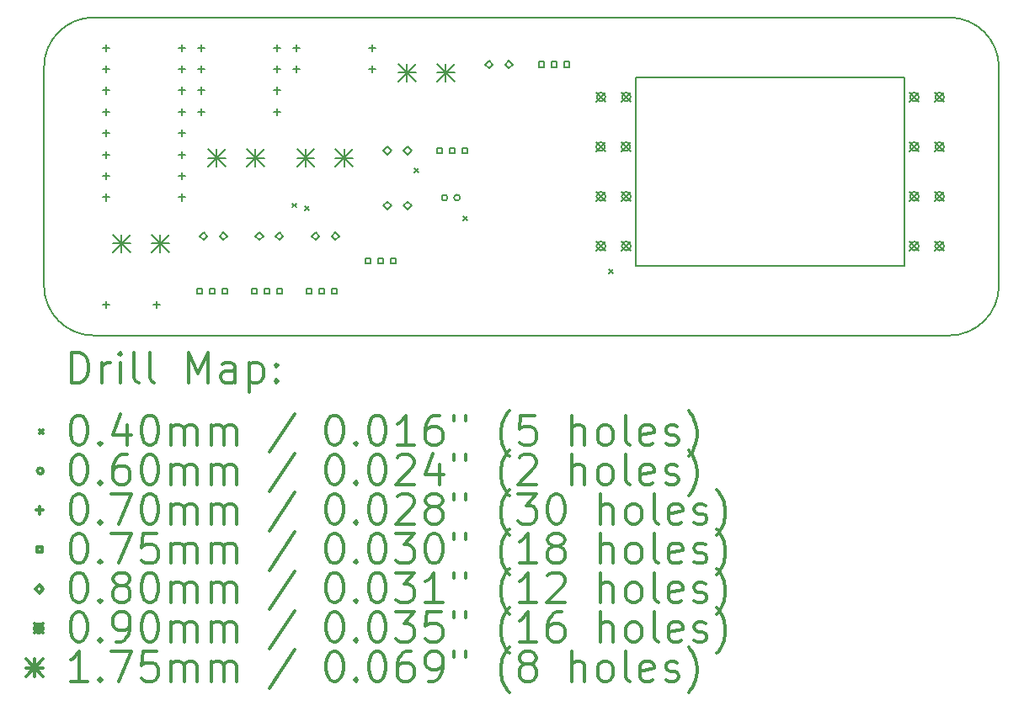
<source format=gbr>
%FSLAX45Y45*%
G04 Gerber Fmt 4.5, Leading zero omitted, Abs format (unit mm)*
G04 Created by KiCad (PCBNEW (5.0.2)-1) date 2019/10/03 0:01:41*
%MOMM*%
%LPD*%
G01*
G04 APERTURE LIST*
%ADD10C,0.150000*%
%ADD11C,0.200000*%
%ADD12C,0.300000*%
G04 APERTURE END LIST*
D10*
X19800000Y-8000000D02*
X17100000Y-8000000D01*
X19800000Y-9900000D02*
X19800000Y-8000000D01*
X17100000Y-9900000D02*
X19800000Y-9900000D01*
X17100000Y-8000000D02*
X17100000Y-9900000D01*
X11650000Y-10600000D02*
X20250000Y-10600000D01*
X20750000Y-10100000D02*
G75*
G02X20250000Y-10600000I-500000J0D01*
G01*
X20750000Y-7900000D02*
X20750000Y-10100000D01*
X11150000Y-7900000D02*
X11150000Y-10100000D01*
X11650000Y-10600000D02*
G75*
G02X11150000Y-10100000I0J500000D01*
G01*
X11650000Y-7400000D02*
X11900000Y-7400000D01*
X11150000Y-7900000D02*
G75*
G02X11650000Y-7400000I500000J0D01*
G01*
X20200000Y-7400000D02*
X20250000Y-7400000D01*
X20250000Y-7400000D02*
G75*
G02X20750000Y-7900000I0J-500000D01*
G01*
X20100000Y-7400000D02*
X20200000Y-7400000D01*
D11*
X11900000Y-7400000D02*
X20100000Y-7400000D01*
D11*
X13649020Y-9271150D02*
X13689020Y-9311150D01*
X13689020Y-9271150D02*
X13649020Y-9311150D01*
X13774090Y-9298520D02*
X13814090Y-9338520D01*
X13814090Y-9298520D02*
X13774090Y-9338520D01*
X14871930Y-8916690D02*
X14911930Y-8956690D01*
X14911930Y-8916690D02*
X14871930Y-8956690D01*
X15365600Y-9402900D02*
X15405600Y-9442900D01*
X15405600Y-9402900D02*
X15365600Y-9442900D01*
X16832340Y-9933450D02*
X16872340Y-9973450D01*
X16872340Y-9933450D02*
X16832340Y-9973450D01*
X15207300Y-9213640D02*
G75*
G03X15207300Y-9213640I-30000J0D01*
G01*
X15332300Y-9213640D02*
G75*
G03X15332300Y-9213640I-30000J0D01*
G01*
X13685300Y-7669640D02*
X13685300Y-7739640D01*
X13650300Y-7704640D02*
X13720300Y-7704640D01*
X14447300Y-7669640D02*
X14447300Y-7739640D01*
X14412300Y-7704640D02*
X14482300Y-7704640D01*
X11771300Y-8529640D02*
X11771300Y-8599640D01*
X11736300Y-8564640D02*
X11806300Y-8564640D01*
X12533300Y-8529640D02*
X12533300Y-8599640D01*
X12498300Y-8564640D02*
X12568300Y-8564640D01*
X12728300Y-7884640D02*
X12728300Y-7954640D01*
X12693300Y-7919640D02*
X12763300Y-7919640D01*
X13490300Y-7884640D02*
X13490300Y-7954640D01*
X13455300Y-7919640D02*
X13525300Y-7919640D01*
X12728300Y-8099640D02*
X12728300Y-8169640D01*
X12693300Y-8134640D02*
X12763300Y-8134640D01*
X13490300Y-8099640D02*
X13490300Y-8169640D01*
X13455300Y-8134640D02*
X13525300Y-8134640D01*
X11771300Y-10254600D02*
X11771300Y-10324600D01*
X11736300Y-10289600D02*
X11806300Y-10289600D01*
X12279300Y-10254600D02*
X12279300Y-10324600D01*
X12244300Y-10289600D02*
X12314300Y-10289600D01*
X11771300Y-8314640D02*
X11771300Y-8384640D01*
X11736300Y-8349640D02*
X11806300Y-8349640D01*
X12533300Y-8314640D02*
X12533300Y-8384640D01*
X12498300Y-8349640D02*
X12568300Y-8349640D01*
X11771300Y-7669640D02*
X11771300Y-7739640D01*
X11736300Y-7704640D02*
X11806300Y-7704640D01*
X12533300Y-7669640D02*
X12533300Y-7739640D01*
X12498300Y-7704640D02*
X12568300Y-7704640D01*
X11771300Y-7884640D02*
X11771300Y-7954640D01*
X11736300Y-7919640D02*
X11806300Y-7919640D01*
X12533300Y-7884640D02*
X12533300Y-7954640D01*
X12498300Y-7919640D02*
X12568300Y-7919640D01*
X13685300Y-7884640D02*
X13685300Y-7954640D01*
X13650300Y-7919640D02*
X13720300Y-7919640D01*
X14447300Y-7884640D02*
X14447300Y-7954640D01*
X14412300Y-7919640D02*
X14482300Y-7919640D01*
X11771300Y-8099640D02*
X11771300Y-8169640D01*
X11736300Y-8134640D02*
X11806300Y-8134640D01*
X12533300Y-8099640D02*
X12533300Y-8169640D01*
X12498300Y-8134640D02*
X12568300Y-8134640D01*
X12728300Y-8314640D02*
X12728300Y-8384640D01*
X12693300Y-8349640D02*
X12763300Y-8349640D01*
X13490300Y-8314640D02*
X13490300Y-8384640D01*
X13455300Y-8349640D02*
X13525300Y-8349640D01*
X11771300Y-8959640D02*
X11771300Y-9029640D01*
X11736300Y-8994640D02*
X11806300Y-8994640D01*
X12533300Y-8959640D02*
X12533300Y-9029640D01*
X12498300Y-8994640D02*
X12568300Y-8994640D01*
X11771300Y-8744640D02*
X11771300Y-8814640D01*
X11736300Y-8779640D02*
X11806300Y-8779640D01*
X12533300Y-8744640D02*
X12533300Y-8814640D01*
X12498300Y-8779640D02*
X12568300Y-8779640D01*
X12728300Y-7669640D02*
X12728300Y-7739640D01*
X12693300Y-7704640D02*
X12763300Y-7704640D01*
X13490300Y-7669640D02*
X13490300Y-7739640D01*
X13455300Y-7704640D02*
X13525300Y-7704640D01*
X11771300Y-9174640D02*
X11771300Y-9244640D01*
X11736300Y-9209640D02*
X11806300Y-9209640D01*
X12533300Y-9174640D02*
X12533300Y-9244640D01*
X12498300Y-9209640D02*
X12568300Y-9209640D01*
X12741817Y-10179117D02*
X12741817Y-10126083D01*
X12688783Y-10126083D01*
X12688783Y-10179117D01*
X12741817Y-10179117D01*
X12868817Y-10179117D02*
X12868817Y-10126083D01*
X12815783Y-10126083D01*
X12815783Y-10179117D01*
X12868817Y-10179117D01*
X12995817Y-10179117D02*
X12995817Y-10126083D01*
X12942783Y-10126083D01*
X12942783Y-10179117D01*
X12995817Y-10179117D01*
X14430817Y-9874157D02*
X14430817Y-9821123D01*
X14377783Y-9821123D01*
X14377783Y-9874157D01*
X14430817Y-9874157D01*
X14557817Y-9874157D02*
X14557817Y-9821123D01*
X14504783Y-9821123D01*
X14504783Y-9874157D01*
X14557817Y-9874157D01*
X14684817Y-9874157D02*
X14684817Y-9821123D01*
X14631783Y-9821123D01*
X14631783Y-9874157D01*
X14684817Y-9874157D01*
X13843817Y-10179117D02*
X13843817Y-10126083D01*
X13790783Y-10126083D01*
X13790783Y-10179117D01*
X13843817Y-10179117D01*
X13970817Y-10179117D02*
X13970817Y-10126083D01*
X13917783Y-10126083D01*
X13917783Y-10179117D01*
X13970817Y-10179117D01*
X14097817Y-10179117D02*
X14097817Y-10126083D01*
X14044783Y-10126083D01*
X14044783Y-10179117D01*
X14097817Y-10179117D01*
X13292817Y-10179117D02*
X13292817Y-10126083D01*
X13239783Y-10126083D01*
X13239783Y-10179117D01*
X13292817Y-10179117D01*
X13419817Y-10179117D02*
X13419817Y-10126083D01*
X13366783Y-10126083D01*
X13366783Y-10179117D01*
X13419817Y-10179117D01*
X13546817Y-10179117D02*
X13546817Y-10126083D01*
X13493783Y-10126083D01*
X13493783Y-10179117D01*
X13546817Y-10179117D01*
X16175817Y-7899157D02*
X16175817Y-7846123D01*
X16122783Y-7846123D01*
X16122783Y-7899157D01*
X16175817Y-7899157D01*
X16302817Y-7899157D02*
X16302817Y-7846123D01*
X16249783Y-7846123D01*
X16249783Y-7899157D01*
X16302817Y-7899157D01*
X16429817Y-7899157D02*
X16429817Y-7846123D01*
X16376783Y-7846123D01*
X16376783Y-7899157D01*
X16429817Y-7899157D01*
X15154817Y-8764157D02*
X15154817Y-8711123D01*
X15101783Y-8711123D01*
X15101783Y-8764157D01*
X15154817Y-8764157D01*
X15281817Y-8764157D02*
X15281817Y-8711123D01*
X15228783Y-8711123D01*
X15228783Y-8764157D01*
X15281817Y-8764157D01*
X15408817Y-8764157D02*
X15408817Y-8711123D01*
X15355783Y-8711123D01*
X15355783Y-8764157D01*
X15408817Y-8764157D01*
X12753300Y-9639640D02*
X12793300Y-9599640D01*
X12753300Y-9559640D01*
X12713300Y-9599640D01*
X12753300Y-9639640D01*
X12953300Y-9639640D02*
X12993300Y-9599640D01*
X12953300Y-9559640D01*
X12913300Y-9599640D01*
X12953300Y-9639640D01*
X14603300Y-9334640D02*
X14643300Y-9294640D01*
X14603300Y-9254640D01*
X14563300Y-9294640D01*
X14603300Y-9334640D01*
X14803300Y-9334640D02*
X14843300Y-9294640D01*
X14803300Y-9254640D01*
X14763300Y-9294640D01*
X14803300Y-9334640D01*
X15624300Y-7914640D02*
X15664300Y-7874640D01*
X15624300Y-7834640D01*
X15584300Y-7874640D01*
X15624300Y-7914640D01*
X15824300Y-7914640D02*
X15864300Y-7874640D01*
X15824300Y-7834640D01*
X15784300Y-7874640D01*
X15824300Y-7914640D01*
X14603300Y-8779640D02*
X14643300Y-8739640D01*
X14603300Y-8699640D01*
X14563300Y-8739640D01*
X14603300Y-8779640D01*
X14803300Y-8779640D02*
X14843300Y-8739640D01*
X14803300Y-8699640D01*
X14763300Y-8739640D01*
X14803300Y-8779640D01*
X13879300Y-9639640D02*
X13919300Y-9599640D01*
X13879300Y-9559640D01*
X13839300Y-9599640D01*
X13879300Y-9639640D01*
X14079300Y-9639640D02*
X14119300Y-9599640D01*
X14079300Y-9559640D01*
X14039300Y-9599640D01*
X14079300Y-9639640D01*
X13316300Y-9639640D02*
X13356300Y-9599640D01*
X13316300Y-9559640D01*
X13276300Y-9599640D01*
X13316300Y-9639640D01*
X13516300Y-9639640D02*
X13556300Y-9599640D01*
X13516300Y-9559640D01*
X13476300Y-9599640D01*
X13516300Y-9639640D01*
X19855000Y-9655000D02*
X19945000Y-9745000D01*
X19945000Y-9655000D02*
X19855000Y-9745000D01*
X19945000Y-9700000D02*
G75*
G03X19945000Y-9700000I-45000J0D01*
G01*
X20109000Y-9655000D02*
X20199000Y-9745000D01*
X20199000Y-9655000D02*
X20109000Y-9745000D01*
X20199000Y-9700000D02*
G75*
G03X20199000Y-9700000I-45000J0D01*
G01*
X16705000Y-8155000D02*
X16795000Y-8245000D01*
X16795000Y-8155000D02*
X16705000Y-8245000D01*
X16795000Y-8200000D02*
G75*
G03X16795000Y-8200000I-45000J0D01*
G01*
X16959000Y-8155000D02*
X17049000Y-8245000D01*
X17049000Y-8155000D02*
X16959000Y-8245000D01*
X17049000Y-8200000D02*
G75*
G03X17049000Y-8200000I-45000J0D01*
G01*
X19855000Y-8155000D02*
X19945000Y-8245000D01*
X19945000Y-8155000D02*
X19855000Y-8245000D01*
X19945000Y-8200000D02*
G75*
G03X19945000Y-8200000I-45000J0D01*
G01*
X20109000Y-8155000D02*
X20199000Y-8245000D01*
X20199000Y-8155000D02*
X20109000Y-8245000D01*
X20199000Y-8200000D02*
G75*
G03X20199000Y-8200000I-45000J0D01*
G01*
X16701000Y-8655000D02*
X16791000Y-8745000D01*
X16791000Y-8655000D02*
X16701000Y-8745000D01*
X16791000Y-8700000D02*
G75*
G03X16791000Y-8700000I-45000J0D01*
G01*
X16955000Y-8655000D02*
X17045000Y-8745000D01*
X17045000Y-8655000D02*
X16955000Y-8745000D01*
X17045000Y-8700000D02*
G75*
G03X17045000Y-8700000I-45000J0D01*
G01*
X19855000Y-8655000D02*
X19945000Y-8745000D01*
X19945000Y-8655000D02*
X19855000Y-8745000D01*
X19945000Y-8700000D02*
G75*
G03X19945000Y-8700000I-45000J0D01*
G01*
X20109000Y-8655000D02*
X20199000Y-8745000D01*
X20199000Y-8655000D02*
X20109000Y-8745000D01*
X20199000Y-8700000D02*
G75*
G03X20199000Y-8700000I-45000J0D01*
G01*
X19855000Y-9155000D02*
X19945000Y-9245000D01*
X19945000Y-9155000D02*
X19855000Y-9245000D01*
X19945000Y-9200000D02*
G75*
G03X19945000Y-9200000I-45000J0D01*
G01*
X20109000Y-9155000D02*
X20199000Y-9245000D01*
X20199000Y-9155000D02*
X20109000Y-9245000D01*
X20199000Y-9200000D02*
G75*
G03X20199000Y-9200000I-45000J0D01*
G01*
X16705000Y-9655000D02*
X16795000Y-9745000D01*
X16795000Y-9655000D02*
X16705000Y-9745000D01*
X16795000Y-9700000D02*
G75*
G03X16795000Y-9700000I-45000J0D01*
G01*
X16959000Y-9655000D02*
X17049000Y-9745000D01*
X17049000Y-9655000D02*
X16959000Y-9745000D01*
X17049000Y-9700000D02*
G75*
G03X17049000Y-9700000I-45000J0D01*
G01*
X16705000Y-9155000D02*
X16795000Y-9245000D01*
X16795000Y-9155000D02*
X16705000Y-9245000D01*
X16795000Y-9200000D02*
G75*
G03X16795000Y-9200000I-45000J0D01*
G01*
X16959000Y-9155000D02*
X17049000Y-9245000D01*
X17049000Y-9155000D02*
X16959000Y-9245000D01*
X17049000Y-9200000D02*
G75*
G03X17049000Y-9200000I-45000J0D01*
G01*
X13692300Y-8727140D02*
X13867300Y-8902140D01*
X13867300Y-8727140D02*
X13692300Y-8902140D01*
X13779800Y-8727140D02*
X13779800Y-8902140D01*
X13692300Y-8814640D02*
X13867300Y-8814640D01*
X14080300Y-8727140D02*
X14255300Y-8902140D01*
X14255300Y-8727140D02*
X14080300Y-8902140D01*
X14167800Y-8727140D02*
X14167800Y-8902140D01*
X14080300Y-8814640D02*
X14255300Y-8814640D01*
X11842300Y-9587140D02*
X12017300Y-9762140D01*
X12017300Y-9587140D02*
X11842300Y-9762140D01*
X11929800Y-9587140D02*
X11929800Y-9762140D01*
X11842300Y-9674640D02*
X12017300Y-9674640D01*
X12230300Y-9587140D02*
X12405300Y-9762140D01*
X12405300Y-9587140D02*
X12230300Y-9762140D01*
X12317800Y-9587140D02*
X12317800Y-9762140D01*
X12230300Y-9674640D02*
X12405300Y-9674640D01*
X14713300Y-7867140D02*
X14888300Y-8042140D01*
X14888300Y-7867140D02*
X14713300Y-8042140D01*
X14800800Y-7867140D02*
X14800800Y-8042140D01*
X14713300Y-7954640D02*
X14888300Y-7954640D01*
X15101300Y-7867140D02*
X15276300Y-8042140D01*
X15276300Y-7867140D02*
X15101300Y-8042140D01*
X15188800Y-7867140D02*
X15188800Y-8042140D01*
X15101300Y-7954640D02*
X15276300Y-7954640D01*
X12799300Y-8727140D02*
X12974300Y-8902140D01*
X12974300Y-8727140D02*
X12799300Y-8902140D01*
X12886800Y-8727140D02*
X12886800Y-8902140D01*
X12799300Y-8814640D02*
X12974300Y-8814640D01*
X13187300Y-8727140D02*
X13362300Y-8902140D01*
X13362300Y-8727140D02*
X13187300Y-8902140D01*
X13274800Y-8727140D02*
X13274800Y-8902140D01*
X13187300Y-8814640D02*
X13362300Y-8814640D01*
D12*
X11428928Y-11073214D02*
X11428928Y-10773214D01*
X11500357Y-10773214D01*
X11543214Y-10787500D01*
X11571786Y-10816072D01*
X11586071Y-10844643D01*
X11600357Y-10901786D01*
X11600357Y-10944643D01*
X11586071Y-11001786D01*
X11571786Y-11030357D01*
X11543214Y-11058929D01*
X11500357Y-11073214D01*
X11428928Y-11073214D01*
X11728928Y-11073214D02*
X11728928Y-10873214D01*
X11728928Y-10930357D02*
X11743214Y-10901786D01*
X11757500Y-10887500D01*
X11786071Y-10873214D01*
X11814643Y-10873214D01*
X11914643Y-11073214D02*
X11914643Y-10873214D01*
X11914643Y-10773214D02*
X11900357Y-10787500D01*
X11914643Y-10801786D01*
X11928928Y-10787500D01*
X11914643Y-10773214D01*
X11914643Y-10801786D01*
X12100357Y-11073214D02*
X12071786Y-11058929D01*
X12057500Y-11030357D01*
X12057500Y-10773214D01*
X12257500Y-11073214D02*
X12228928Y-11058929D01*
X12214643Y-11030357D01*
X12214643Y-10773214D01*
X12600357Y-11073214D02*
X12600357Y-10773214D01*
X12700357Y-10987500D01*
X12800357Y-10773214D01*
X12800357Y-11073214D01*
X13071786Y-11073214D02*
X13071786Y-10916072D01*
X13057500Y-10887500D01*
X13028928Y-10873214D01*
X12971786Y-10873214D01*
X12943214Y-10887500D01*
X13071786Y-11058929D02*
X13043214Y-11073214D01*
X12971786Y-11073214D01*
X12943214Y-11058929D01*
X12928928Y-11030357D01*
X12928928Y-11001786D01*
X12943214Y-10973214D01*
X12971786Y-10958929D01*
X13043214Y-10958929D01*
X13071786Y-10944643D01*
X13214643Y-10873214D02*
X13214643Y-11173214D01*
X13214643Y-10887500D02*
X13243214Y-10873214D01*
X13300357Y-10873214D01*
X13328928Y-10887500D01*
X13343214Y-10901786D01*
X13357500Y-10930357D01*
X13357500Y-11016072D01*
X13343214Y-11044643D01*
X13328928Y-11058929D01*
X13300357Y-11073214D01*
X13243214Y-11073214D01*
X13214643Y-11058929D01*
X13486071Y-11044643D02*
X13500357Y-11058929D01*
X13486071Y-11073214D01*
X13471786Y-11058929D01*
X13486071Y-11044643D01*
X13486071Y-11073214D01*
X13486071Y-10887500D02*
X13500357Y-10901786D01*
X13486071Y-10916072D01*
X13471786Y-10901786D01*
X13486071Y-10887500D01*
X13486071Y-10916072D01*
X11102500Y-11547500D02*
X11142500Y-11587500D01*
X11142500Y-11547500D02*
X11102500Y-11587500D01*
X11486071Y-11403214D02*
X11514643Y-11403214D01*
X11543214Y-11417500D01*
X11557500Y-11431786D01*
X11571786Y-11460357D01*
X11586071Y-11517500D01*
X11586071Y-11588929D01*
X11571786Y-11646071D01*
X11557500Y-11674643D01*
X11543214Y-11688929D01*
X11514643Y-11703214D01*
X11486071Y-11703214D01*
X11457500Y-11688929D01*
X11443214Y-11674643D01*
X11428928Y-11646071D01*
X11414643Y-11588929D01*
X11414643Y-11517500D01*
X11428928Y-11460357D01*
X11443214Y-11431786D01*
X11457500Y-11417500D01*
X11486071Y-11403214D01*
X11714643Y-11674643D02*
X11728928Y-11688929D01*
X11714643Y-11703214D01*
X11700357Y-11688929D01*
X11714643Y-11674643D01*
X11714643Y-11703214D01*
X11986071Y-11503214D02*
X11986071Y-11703214D01*
X11914643Y-11388929D02*
X11843214Y-11603214D01*
X12028928Y-11603214D01*
X12200357Y-11403214D02*
X12228928Y-11403214D01*
X12257500Y-11417500D01*
X12271786Y-11431786D01*
X12286071Y-11460357D01*
X12300357Y-11517500D01*
X12300357Y-11588929D01*
X12286071Y-11646071D01*
X12271786Y-11674643D01*
X12257500Y-11688929D01*
X12228928Y-11703214D01*
X12200357Y-11703214D01*
X12171786Y-11688929D01*
X12157500Y-11674643D01*
X12143214Y-11646071D01*
X12128928Y-11588929D01*
X12128928Y-11517500D01*
X12143214Y-11460357D01*
X12157500Y-11431786D01*
X12171786Y-11417500D01*
X12200357Y-11403214D01*
X12428928Y-11703214D02*
X12428928Y-11503214D01*
X12428928Y-11531786D02*
X12443214Y-11517500D01*
X12471786Y-11503214D01*
X12514643Y-11503214D01*
X12543214Y-11517500D01*
X12557500Y-11546071D01*
X12557500Y-11703214D01*
X12557500Y-11546071D02*
X12571786Y-11517500D01*
X12600357Y-11503214D01*
X12643214Y-11503214D01*
X12671786Y-11517500D01*
X12686071Y-11546071D01*
X12686071Y-11703214D01*
X12828928Y-11703214D02*
X12828928Y-11503214D01*
X12828928Y-11531786D02*
X12843214Y-11517500D01*
X12871786Y-11503214D01*
X12914643Y-11503214D01*
X12943214Y-11517500D01*
X12957500Y-11546071D01*
X12957500Y-11703214D01*
X12957500Y-11546071D02*
X12971786Y-11517500D01*
X13000357Y-11503214D01*
X13043214Y-11503214D01*
X13071786Y-11517500D01*
X13086071Y-11546071D01*
X13086071Y-11703214D01*
X13671786Y-11388929D02*
X13414643Y-11774643D01*
X14057500Y-11403214D02*
X14086071Y-11403214D01*
X14114643Y-11417500D01*
X14128928Y-11431786D01*
X14143214Y-11460357D01*
X14157500Y-11517500D01*
X14157500Y-11588929D01*
X14143214Y-11646071D01*
X14128928Y-11674643D01*
X14114643Y-11688929D01*
X14086071Y-11703214D01*
X14057500Y-11703214D01*
X14028928Y-11688929D01*
X14014643Y-11674643D01*
X14000357Y-11646071D01*
X13986071Y-11588929D01*
X13986071Y-11517500D01*
X14000357Y-11460357D01*
X14014643Y-11431786D01*
X14028928Y-11417500D01*
X14057500Y-11403214D01*
X14286071Y-11674643D02*
X14300357Y-11688929D01*
X14286071Y-11703214D01*
X14271786Y-11688929D01*
X14286071Y-11674643D01*
X14286071Y-11703214D01*
X14486071Y-11403214D02*
X14514643Y-11403214D01*
X14543214Y-11417500D01*
X14557500Y-11431786D01*
X14571786Y-11460357D01*
X14586071Y-11517500D01*
X14586071Y-11588929D01*
X14571786Y-11646071D01*
X14557500Y-11674643D01*
X14543214Y-11688929D01*
X14514643Y-11703214D01*
X14486071Y-11703214D01*
X14457500Y-11688929D01*
X14443214Y-11674643D01*
X14428928Y-11646071D01*
X14414643Y-11588929D01*
X14414643Y-11517500D01*
X14428928Y-11460357D01*
X14443214Y-11431786D01*
X14457500Y-11417500D01*
X14486071Y-11403214D01*
X14871786Y-11703214D02*
X14700357Y-11703214D01*
X14786071Y-11703214D02*
X14786071Y-11403214D01*
X14757500Y-11446071D01*
X14728928Y-11474643D01*
X14700357Y-11488929D01*
X15128928Y-11403214D02*
X15071786Y-11403214D01*
X15043214Y-11417500D01*
X15028928Y-11431786D01*
X15000357Y-11474643D01*
X14986071Y-11531786D01*
X14986071Y-11646071D01*
X15000357Y-11674643D01*
X15014643Y-11688929D01*
X15043214Y-11703214D01*
X15100357Y-11703214D01*
X15128928Y-11688929D01*
X15143214Y-11674643D01*
X15157500Y-11646071D01*
X15157500Y-11574643D01*
X15143214Y-11546071D01*
X15128928Y-11531786D01*
X15100357Y-11517500D01*
X15043214Y-11517500D01*
X15014643Y-11531786D01*
X15000357Y-11546071D01*
X14986071Y-11574643D01*
X15271786Y-11403214D02*
X15271786Y-11460357D01*
X15386071Y-11403214D02*
X15386071Y-11460357D01*
X15828928Y-11817500D02*
X15814643Y-11803214D01*
X15786071Y-11760357D01*
X15771786Y-11731786D01*
X15757500Y-11688929D01*
X15743214Y-11617500D01*
X15743214Y-11560357D01*
X15757500Y-11488929D01*
X15771786Y-11446071D01*
X15786071Y-11417500D01*
X15814643Y-11374643D01*
X15828928Y-11360357D01*
X16086071Y-11403214D02*
X15943214Y-11403214D01*
X15928928Y-11546071D01*
X15943214Y-11531786D01*
X15971786Y-11517500D01*
X16043214Y-11517500D01*
X16071786Y-11531786D01*
X16086071Y-11546071D01*
X16100357Y-11574643D01*
X16100357Y-11646071D01*
X16086071Y-11674643D01*
X16071786Y-11688929D01*
X16043214Y-11703214D01*
X15971786Y-11703214D01*
X15943214Y-11688929D01*
X15928928Y-11674643D01*
X16457500Y-11703214D02*
X16457500Y-11403214D01*
X16586071Y-11703214D02*
X16586071Y-11546071D01*
X16571786Y-11517500D01*
X16543214Y-11503214D01*
X16500357Y-11503214D01*
X16471786Y-11517500D01*
X16457500Y-11531786D01*
X16771786Y-11703214D02*
X16743214Y-11688929D01*
X16728928Y-11674643D01*
X16714643Y-11646071D01*
X16714643Y-11560357D01*
X16728928Y-11531786D01*
X16743214Y-11517500D01*
X16771786Y-11503214D01*
X16814643Y-11503214D01*
X16843214Y-11517500D01*
X16857500Y-11531786D01*
X16871786Y-11560357D01*
X16871786Y-11646071D01*
X16857500Y-11674643D01*
X16843214Y-11688929D01*
X16814643Y-11703214D01*
X16771786Y-11703214D01*
X17043214Y-11703214D02*
X17014643Y-11688929D01*
X17000357Y-11660357D01*
X17000357Y-11403214D01*
X17271786Y-11688929D02*
X17243214Y-11703214D01*
X17186071Y-11703214D01*
X17157500Y-11688929D01*
X17143214Y-11660357D01*
X17143214Y-11546071D01*
X17157500Y-11517500D01*
X17186071Y-11503214D01*
X17243214Y-11503214D01*
X17271786Y-11517500D01*
X17286071Y-11546071D01*
X17286071Y-11574643D01*
X17143214Y-11603214D01*
X17400357Y-11688929D02*
X17428928Y-11703214D01*
X17486071Y-11703214D01*
X17514643Y-11688929D01*
X17528928Y-11660357D01*
X17528928Y-11646071D01*
X17514643Y-11617500D01*
X17486071Y-11603214D01*
X17443214Y-11603214D01*
X17414643Y-11588929D01*
X17400357Y-11560357D01*
X17400357Y-11546071D01*
X17414643Y-11517500D01*
X17443214Y-11503214D01*
X17486071Y-11503214D01*
X17514643Y-11517500D01*
X17628928Y-11817500D02*
X17643214Y-11803214D01*
X17671786Y-11760357D01*
X17686071Y-11731786D01*
X17700357Y-11688929D01*
X17714643Y-11617500D01*
X17714643Y-11560357D01*
X17700357Y-11488929D01*
X17686071Y-11446071D01*
X17671786Y-11417500D01*
X17643214Y-11374643D01*
X17628928Y-11360357D01*
X11142500Y-11963500D02*
G75*
G03X11142500Y-11963500I-30000J0D01*
G01*
X11486071Y-11799214D02*
X11514643Y-11799214D01*
X11543214Y-11813500D01*
X11557500Y-11827786D01*
X11571786Y-11856357D01*
X11586071Y-11913500D01*
X11586071Y-11984929D01*
X11571786Y-12042071D01*
X11557500Y-12070643D01*
X11543214Y-12084929D01*
X11514643Y-12099214D01*
X11486071Y-12099214D01*
X11457500Y-12084929D01*
X11443214Y-12070643D01*
X11428928Y-12042071D01*
X11414643Y-11984929D01*
X11414643Y-11913500D01*
X11428928Y-11856357D01*
X11443214Y-11827786D01*
X11457500Y-11813500D01*
X11486071Y-11799214D01*
X11714643Y-12070643D02*
X11728928Y-12084929D01*
X11714643Y-12099214D01*
X11700357Y-12084929D01*
X11714643Y-12070643D01*
X11714643Y-12099214D01*
X11986071Y-11799214D02*
X11928928Y-11799214D01*
X11900357Y-11813500D01*
X11886071Y-11827786D01*
X11857500Y-11870643D01*
X11843214Y-11927786D01*
X11843214Y-12042071D01*
X11857500Y-12070643D01*
X11871786Y-12084929D01*
X11900357Y-12099214D01*
X11957500Y-12099214D01*
X11986071Y-12084929D01*
X12000357Y-12070643D01*
X12014643Y-12042071D01*
X12014643Y-11970643D01*
X12000357Y-11942071D01*
X11986071Y-11927786D01*
X11957500Y-11913500D01*
X11900357Y-11913500D01*
X11871786Y-11927786D01*
X11857500Y-11942071D01*
X11843214Y-11970643D01*
X12200357Y-11799214D02*
X12228928Y-11799214D01*
X12257500Y-11813500D01*
X12271786Y-11827786D01*
X12286071Y-11856357D01*
X12300357Y-11913500D01*
X12300357Y-11984929D01*
X12286071Y-12042071D01*
X12271786Y-12070643D01*
X12257500Y-12084929D01*
X12228928Y-12099214D01*
X12200357Y-12099214D01*
X12171786Y-12084929D01*
X12157500Y-12070643D01*
X12143214Y-12042071D01*
X12128928Y-11984929D01*
X12128928Y-11913500D01*
X12143214Y-11856357D01*
X12157500Y-11827786D01*
X12171786Y-11813500D01*
X12200357Y-11799214D01*
X12428928Y-12099214D02*
X12428928Y-11899214D01*
X12428928Y-11927786D02*
X12443214Y-11913500D01*
X12471786Y-11899214D01*
X12514643Y-11899214D01*
X12543214Y-11913500D01*
X12557500Y-11942071D01*
X12557500Y-12099214D01*
X12557500Y-11942071D02*
X12571786Y-11913500D01*
X12600357Y-11899214D01*
X12643214Y-11899214D01*
X12671786Y-11913500D01*
X12686071Y-11942071D01*
X12686071Y-12099214D01*
X12828928Y-12099214D02*
X12828928Y-11899214D01*
X12828928Y-11927786D02*
X12843214Y-11913500D01*
X12871786Y-11899214D01*
X12914643Y-11899214D01*
X12943214Y-11913500D01*
X12957500Y-11942071D01*
X12957500Y-12099214D01*
X12957500Y-11942071D02*
X12971786Y-11913500D01*
X13000357Y-11899214D01*
X13043214Y-11899214D01*
X13071786Y-11913500D01*
X13086071Y-11942071D01*
X13086071Y-12099214D01*
X13671786Y-11784929D02*
X13414643Y-12170643D01*
X14057500Y-11799214D02*
X14086071Y-11799214D01*
X14114643Y-11813500D01*
X14128928Y-11827786D01*
X14143214Y-11856357D01*
X14157500Y-11913500D01*
X14157500Y-11984929D01*
X14143214Y-12042071D01*
X14128928Y-12070643D01*
X14114643Y-12084929D01*
X14086071Y-12099214D01*
X14057500Y-12099214D01*
X14028928Y-12084929D01*
X14014643Y-12070643D01*
X14000357Y-12042071D01*
X13986071Y-11984929D01*
X13986071Y-11913500D01*
X14000357Y-11856357D01*
X14014643Y-11827786D01*
X14028928Y-11813500D01*
X14057500Y-11799214D01*
X14286071Y-12070643D02*
X14300357Y-12084929D01*
X14286071Y-12099214D01*
X14271786Y-12084929D01*
X14286071Y-12070643D01*
X14286071Y-12099214D01*
X14486071Y-11799214D02*
X14514643Y-11799214D01*
X14543214Y-11813500D01*
X14557500Y-11827786D01*
X14571786Y-11856357D01*
X14586071Y-11913500D01*
X14586071Y-11984929D01*
X14571786Y-12042071D01*
X14557500Y-12070643D01*
X14543214Y-12084929D01*
X14514643Y-12099214D01*
X14486071Y-12099214D01*
X14457500Y-12084929D01*
X14443214Y-12070643D01*
X14428928Y-12042071D01*
X14414643Y-11984929D01*
X14414643Y-11913500D01*
X14428928Y-11856357D01*
X14443214Y-11827786D01*
X14457500Y-11813500D01*
X14486071Y-11799214D01*
X14700357Y-11827786D02*
X14714643Y-11813500D01*
X14743214Y-11799214D01*
X14814643Y-11799214D01*
X14843214Y-11813500D01*
X14857500Y-11827786D01*
X14871786Y-11856357D01*
X14871786Y-11884929D01*
X14857500Y-11927786D01*
X14686071Y-12099214D01*
X14871786Y-12099214D01*
X15128928Y-11899214D02*
X15128928Y-12099214D01*
X15057500Y-11784929D02*
X14986071Y-11999214D01*
X15171786Y-11999214D01*
X15271786Y-11799214D02*
X15271786Y-11856357D01*
X15386071Y-11799214D02*
X15386071Y-11856357D01*
X15828928Y-12213500D02*
X15814643Y-12199214D01*
X15786071Y-12156357D01*
X15771786Y-12127786D01*
X15757500Y-12084929D01*
X15743214Y-12013500D01*
X15743214Y-11956357D01*
X15757500Y-11884929D01*
X15771786Y-11842071D01*
X15786071Y-11813500D01*
X15814643Y-11770643D01*
X15828928Y-11756357D01*
X15928928Y-11827786D02*
X15943214Y-11813500D01*
X15971786Y-11799214D01*
X16043214Y-11799214D01*
X16071786Y-11813500D01*
X16086071Y-11827786D01*
X16100357Y-11856357D01*
X16100357Y-11884929D01*
X16086071Y-11927786D01*
X15914643Y-12099214D01*
X16100357Y-12099214D01*
X16457500Y-12099214D02*
X16457500Y-11799214D01*
X16586071Y-12099214D02*
X16586071Y-11942071D01*
X16571786Y-11913500D01*
X16543214Y-11899214D01*
X16500357Y-11899214D01*
X16471786Y-11913500D01*
X16457500Y-11927786D01*
X16771786Y-12099214D02*
X16743214Y-12084929D01*
X16728928Y-12070643D01*
X16714643Y-12042071D01*
X16714643Y-11956357D01*
X16728928Y-11927786D01*
X16743214Y-11913500D01*
X16771786Y-11899214D01*
X16814643Y-11899214D01*
X16843214Y-11913500D01*
X16857500Y-11927786D01*
X16871786Y-11956357D01*
X16871786Y-12042071D01*
X16857500Y-12070643D01*
X16843214Y-12084929D01*
X16814643Y-12099214D01*
X16771786Y-12099214D01*
X17043214Y-12099214D02*
X17014643Y-12084929D01*
X17000357Y-12056357D01*
X17000357Y-11799214D01*
X17271786Y-12084929D02*
X17243214Y-12099214D01*
X17186071Y-12099214D01*
X17157500Y-12084929D01*
X17143214Y-12056357D01*
X17143214Y-11942071D01*
X17157500Y-11913500D01*
X17186071Y-11899214D01*
X17243214Y-11899214D01*
X17271786Y-11913500D01*
X17286071Y-11942071D01*
X17286071Y-11970643D01*
X17143214Y-11999214D01*
X17400357Y-12084929D02*
X17428928Y-12099214D01*
X17486071Y-12099214D01*
X17514643Y-12084929D01*
X17528928Y-12056357D01*
X17528928Y-12042071D01*
X17514643Y-12013500D01*
X17486071Y-11999214D01*
X17443214Y-11999214D01*
X17414643Y-11984929D01*
X17400357Y-11956357D01*
X17400357Y-11942071D01*
X17414643Y-11913500D01*
X17443214Y-11899214D01*
X17486071Y-11899214D01*
X17514643Y-11913500D01*
X17628928Y-12213500D02*
X17643214Y-12199214D01*
X17671786Y-12156357D01*
X17686071Y-12127786D01*
X17700357Y-12084929D01*
X17714643Y-12013500D01*
X17714643Y-11956357D01*
X17700357Y-11884929D01*
X17686071Y-11842071D01*
X17671786Y-11813500D01*
X17643214Y-11770643D01*
X17628928Y-11756357D01*
X11107500Y-12324500D02*
X11107500Y-12394500D01*
X11072500Y-12359500D02*
X11142500Y-12359500D01*
X11486071Y-12195214D02*
X11514643Y-12195214D01*
X11543214Y-12209500D01*
X11557500Y-12223786D01*
X11571786Y-12252357D01*
X11586071Y-12309500D01*
X11586071Y-12380929D01*
X11571786Y-12438071D01*
X11557500Y-12466643D01*
X11543214Y-12480929D01*
X11514643Y-12495214D01*
X11486071Y-12495214D01*
X11457500Y-12480929D01*
X11443214Y-12466643D01*
X11428928Y-12438071D01*
X11414643Y-12380929D01*
X11414643Y-12309500D01*
X11428928Y-12252357D01*
X11443214Y-12223786D01*
X11457500Y-12209500D01*
X11486071Y-12195214D01*
X11714643Y-12466643D02*
X11728928Y-12480929D01*
X11714643Y-12495214D01*
X11700357Y-12480929D01*
X11714643Y-12466643D01*
X11714643Y-12495214D01*
X11828928Y-12195214D02*
X12028928Y-12195214D01*
X11900357Y-12495214D01*
X12200357Y-12195214D02*
X12228928Y-12195214D01*
X12257500Y-12209500D01*
X12271786Y-12223786D01*
X12286071Y-12252357D01*
X12300357Y-12309500D01*
X12300357Y-12380929D01*
X12286071Y-12438071D01*
X12271786Y-12466643D01*
X12257500Y-12480929D01*
X12228928Y-12495214D01*
X12200357Y-12495214D01*
X12171786Y-12480929D01*
X12157500Y-12466643D01*
X12143214Y-12438071D01*
X12128928Y-12380929D01*
X12128928Y-12309500D01*
X12143214Y-12252357D01*
X12157500Y-12223786D01*
X12171786Y-12209500D01*
X12200357Y-12195214D01*
X12428928Y-12495214D02*
X12428928Y-12295214D01*
X12428928Y-12323786D02*
X12443214Y-12309500D01*
X12471786Y-12295214D01*
X12514643Y-12295214D01*
X12543214Y-12309500D01*
X12557500Y-12338071D01*
X12557500Y-12495214D01*
X12557500Y-12338071D02*
X12571786Y-12309500D01*
X12600357Y-12295214D01*
X12643214Y-12295214D01*
X12671786Y-12309500D01*
X12686071Y-12338071D01*
X12686071Y-12495214D01*
X12828928Y-12495214D02*
X12828928Y-12295214D01*
X12828928Y-12323786D02*
X12843214Y-12309500D01*
X12871786Y-12295214D01*
X12914643Y-12295214D01*
X12943214Y-12309500D01*
X12957500Y-12338071D01*
X12957500Y-12495214D01*
X12957500Y-12338071D02*
X12971786Y-12309500D01*
X13000357Y-12295214D01*
X13043214Y-12295214D01*
X13071786Y-12309500D01*
X13086071Y-12338071D01*
X13086071Y-12495214D01*
X13671786Y-12180929D02*
X13414643Y-12566643D01*
X14057500Y-12195214D02*
X14086071Y-12195214D01*
X14114643Y-12209500D01*
X14128928Y-12223786D01*
X14143214Y-12252357D01*
X14157500Y-12309500D01*
X14157500Y-12380929D01*
X14143214Y-12438071D01*
X14128928Y-12466643D01*
X14114643Y-12480929D01*
X14086071Y-12495214D01*
X14057500Y-12495214D01*
X14028928Y-12480929D01*
X14014643Y-12466643D01*
X14000357Y-12438071D01*
X13986071Y-12380929D01*
X13986071Y-12309500D01*
X14000357Y-12252357D01*
X14014643Y-12223786D01*
X14028928Y-12209500D01*
X14057500Y-12195214D01*
X14286071Y-12466643D02*
X14300357Y-12480929D01*
X14286071Y-12495214D01*
X14271786Y-12480929D01*
X14286071Y-12466643D01*
X14286071Y-12495214D01*
X14486071Y-12195214D02*
X14514643Y-12195214D01*
X14543214Y-12209500D01*
X14557500Y-12223786D01*
X14571786Y-12252357D01*
X14586071Y-12309500D01*
X14586071Y-12380929D01*
X14571786Y-12438071D01*
X14557500Y-12466643D01*
X14543214Y-12480929D01*
X14514643Y-12495214D01*
X14486071Y-12495214D01*
X14457500Y-12480929D01*
X14443214Y-12466643D01*
X14428928Y-12438071D01*
X14414643Y-12380929D01*
X14414643Y-12309500D01*
X14428928Y-12252357D01*
X14443214Y-12223786D01*
X14457500Y-12209500D01*
X14486071Y-12195214D01*
X14700357Y-12223786D02*
X14714643Y-12209500D01*
X14743214Y-12195214D01*
X14814643Y-12195214D01*
X14843214Y-12209500D01*
X14857500Y-12223786D01*
X14871786Y-12252357D01*
X14871786Y-12280929D01*
X14857500Y-12323786D01*
X14686071Y-12495214D01*
X14871786Y-12495214D01*
X15043214Y-12323786D02*
X15014643Y-12309500D01*
X15000357Y-12295214D01*
X14986071Y-12266643D01*
X14986071Y-12252357D01*
X15000357Y-12223786D01*
X15014643Y-12209500D01*
X15043214Y-12195214D01*
X15100357Y-12195214D01*
X15128928Y-12209500D01*
X15143214Y-12223786D01*
X15157500Y-12252357D01*
X15157500Y-12266643D01*
X15143214Y-12295214D01*
X15128928Y-12309500D01*
X15100357Y-12323786D01*
X15043214Y-12323786D01*
X15014643Y-12338071D01*
X15000357Y-12352357D01*
X14986071Y-12380929D01*
X14986071Y-12438071D01*
X15000357Y-12466643D01*
X15014643Y-12480929D01*
X15043214Y-12495214D01*
X15100357Y-12495214D01*
X15128928Y-12480929D01*
X15143214Y-12466643D01*
X15157500Y-12438071D01*
X15157500Y-12380929D01*
X15143214Y-12352357D01*
X15128928Y-12338071D01*
X15100357Y-12323786D01*
X15271786Y-12195214D02*
X15271786Y-12252357D01*
X15386071Y-12195214D02*
X15386071Y-12252357D01*
X15828928Y-12609500D02*
X15814643Y-12595214D01*
X15786071Y-12552357D01*
X15771786Y-12523786D01*
X15757500Y-12480929D01*
X15743214Y-12409500D01*
X15743214Y-12352357D01*
X15757500Y-12280929D01*
X15771786Y-12238071D01*
X15786071Y-12209500D01*
X15814643Y-12166643D01*
X15828928Y-12152357D01*
X15914643Y-12195214D02*
X16100357Y-12195214D01*
X16000357Y-12309500D01*
X16043214Y-12309500D01*
X16071786Y-12323786D01*
X16086071Y-12338071D01*
X16100357Y-12366643D01*
X16100357Y-12438071D01*
X16086071Y-12466643D01*
X16071786Y-12480929D01*
X16043214Y-12495214D01*
X15957500Y-12495214D01*
X15928928Y-12480929D01*
X15914643Y-12466643D01*
X16286071Y-12195214D02*
X16314643Y-12195214D01*
X16343214Y-12209500D01*
X16357500Y-12223786D01*
X16371786Y-12252357D01*
X16386071Y-12309500D01*
X16386071Y-12380929D01*
X16371786Y-12438071D01*
X16357500Y-12466643D01*
X16343214Y-12480929D01*
X16314643Y-12495214D01*
X16286071Y-12495214D01*
X16257500Y-12480929D01*
X16243214Y-12466643D01*
X16228928Y-12438071D01*
X16214643Y-12380929D01*
X16214643Y-12309500D01*
X16228928Y-12252357D01*
X16243214Y-12223786D01*
X16257500Y-12209500D01*
X16286071Y-12195214D01*
X16743214Y-12495214D02*
X16743214Y-12195214D01*
X16871786Y-12495214D02*
X16871786Y-12338071D01*
X16857500Y-12309500D01*
X16828928Y-12295214D01*
X16786071Y-12295214D01*
X16757500Y-12309500D01*
X16743214Y-12323786D01*
X17057500Y-12495214D02*
X17028928Y-12480929D01*
X17014643Y-12466643D01*
X17000357Y-12438071D01*
X17000357Y-12352357D01*
X17014643Y-12323786D01*
X17028928Y-12309500D01*
X17057500Y-12295214D01*
X17100357Y-12295214D01*
X17128928Y-12309500D01*
X17143214Y-12323786D01*
X17157500Y-12352357D01*
X17157500Y-12438071D01*
X17143214Y-12466643D01*
X17128928Y-12480929D01*
X17100357Y-12495214D01*
X17057500Y-12495214D01*
X17328928Y-12495214D02*
X17300357Y-12480929D01*
X17286071Y-12452357D01*
X17286071Y-12195214D01*
X17557500Y-12480929D02*
X17528928Y-12495214D01*
X17471786Y-12495214D01*
X17443214Y-12480929D01*
X17428928Y-12452357D01*
X17428928Y-12338071D01*
X17443214Y-12309500D01*
X17471786Y-12295214D01*
X17528928Y-12295214D01*
X17557500Y-12309500D01*
X17571786Y-12338071D01*
X17571786Y-12366643D01*
X17428928Y-12395214D01*
X17686071Y-12480929D02*
X17714643Y-12495214D01*
X17771786Y-12495214D01*
X17800357Y-12480929D01*
X17814643Y-12452357D01*
X17814643Y-12438071D01*
X17800357Y-12409500D01*
X17771786Y-12395214D01*
X17728928Y-12395214D01*
X17700357Y-12380929D01*
X17686071Y-12352357D01*
X17686071Y-12338071D01*
X17700357Y-12309500D01*
X17728928Y-12295214D01*
X17771786Y-12295214D01*
X17800357Y-12309500D01*
X17914643Y-12609500D02*
X17928928Y-12595214D01*
X17957500Y-12552357D01*
X17971786Y-12523786D01*
X17986071Y-12480929D01*
X18000357Y-12409500D01*
X18000357Y-12352357D01*
X17986071Y-12280929D01*
X17971786Y-12238071D01*
X17957500Y-12209500D01*
X17928928Y-12166643D01*
X17914643Y-12152357D01*
X11131517Y-12782017D02*
X11131517Y-12728983D01*
X11078483Y-12728983D01*
X11078483Y-12782017D01*
X11131517Y-12782017D01*
X11486071Y-12591214D02*
X11514643Y-12591214D01*
X11543214Y-12605500D01*
X11557500Y-12619786D01*
X11571786Y-12648357D01*
X11586071Y-12705500D01*
X11586071Y-12776929D01*
X11571786Y-12834071D01*
X11557500Y-12862643D01*
X11543214Y-12876929D01*
X11514643Y-12891214D01*
X11486071Y-12891214D01*
X11457500Y-12876929D01*
X11443214Y-12862643D01*
X11428928Y-12834071D01*
X11414643Y-12776929D01*
X11414643Y-12705500D01*
X11428928Y-12648357D01*
X11443214Y-12619786D01*
X11457500Y-12605500D01*
X11486071Y-12591214D01*
X11714643Y-12862643D02*
X11728928Y-12876929D01*
X11714643Y-12891214D01*
X11700357Y-12876929D01*
X11714643Y-12862643D01*
X11714643Y-12891214D01*
X11828928Y-12591214D02*
X12028928Y-12591214D01*
X11900357Y-12891214D01*
X12286071Y-12591214D02*
X12143214Y-12591214D01*
X12128928Y-12734071D01*
X12143214Y-12719786D01*
X12171786Y-12705500D01*
X12243214Y-12705500D01*
X12271786Y-12719786D01*
X12286071Y-12734071D01*
X12300357Y-12762643D01*
X12300357Y-12834071D01*
X12286071Y-12862643D01*
X12271786Y-12876929D01*
X12243214Y-12891214D01*
X12171786Y-12891214D01*
X12143214Y-12876929D01*
X12128928Y-12862643D01*
X12428928Y-12891214D02*
X12428928Y-12691214D01*
X12428928Y-12719786D02*
X12443214Y-12705500D01*
X12471786Y-12691214D01*
X12514643Y-12691214D01*
X12543214Y-12705500D01*
X12557500Y-12734071D01*
X12557500Y-12891214D01*
X12557500Y-12734071D02*
X12571786Y-12705500D01*
X12600357Y-12691214D01*
X12643214Y-12691214D01*
X12671786Y-12705500D01*
X12686071Y-12734071D01*
X12686071Y-12891214D01*
X12828928Y-12891214D02*
X12828928Y-12691214D01*
X12828928Y-12719786D02*
X12843214Y-12705500D01*
X12871786Y-12691214D01*
X12914643Y-12691214D01*
X12943214Y-12705500D01*
X12957500Y-12734071D01*
X12957500Y-12891214D01*
X12957500Y-12734071D02*
X12971786Y-12705500D01*
X13000357Y-12691214D01*
X13043214Y-12691214D01*
X13071786Y-12705500D01*
X13086071Y-12734071D01*
X13086071Y-12891214D01*
X13671786Y-12576929D02*
X13414643Y-12962643D01*
X14057500Y-12591214D02*
X14086071Y-12591214D01*
X14114643Y-12605500D01*
X14128928Y-12619786D01*
X14143214Y-12648357D01*
X14157500Y-12705500D01*
X14157500Y-12776929D01*
X14143214Y-12834071D01*
X14128928Y-12862643D01*
X14114643Y-12876929D01*
X14086071Y-12891214D01*
X14057500Y-12891214D01*
X14028928Y-12876929D01*
X14014643Y-12862643D01*
X14000357Y-12834071D01*
X13986071Y-12776929D01*
X13986071Y-12705500D01*
X14000357Y-12648357D01*
X14014643Y-12619786D01*
X14028928Y-12605500D01*
X14057500Y-12591214D01*
X14286071Y-12862643D02*
X14300357Y-12876929D01*
X14286071Y-12891214D01*
X14271786Y-12876929D01*
X14286071Y-12862643D01*
X14286071Y-12891214D01*
X14486071Y-12591214D02*
X14514643Y-12591214D01*
X14543214Y-12605500D01*
X14557500Y-12619786D01*
X14571786Y-12648357D01*
X14586071Y-12705500D01*
X14586071Y-12776929D01*
X14571786Y-12834071D01*
X14557500Y-12862643D01*
X14543214Y-12876929D01*
X14514643Y-12891214D01*
X14486071Y-12891214D01*
X14457500Y-12876929D01*
X14443214Y-12862643D01*
X14428928Y-12834071D01*
X14414643Y-12776929D01*
X14414643Y-12705500D01*
X14428928Y-12648357D01*
X14443214Y-12619786D01*
X14457500Y-12605500D01*
X14486071Y-12591214D01*
X14686071Y-12591214D02*
X14871786Y-12591214D01*
X14771786Y-12705500D01*
X14814643Y-12705500D01*
X14843214Y-12719786D01*
X14857500Y-12734071D01*
X14871786Y-12762643D01*
X14871786Y-12834071D01*
X14857500Y-12862643D01*
X14843214Y-12876929D01*
X14814643Y-12891214D01*
X14728928Y-12891214D01*
X14700357Y-12876929D01*
X14686071Y-12862643D01*
X15057500Y-12591214D02*
X15086071Y-12591214D01*
X15114643Y-12605500D01*
X15128928Y-12619786D01*
X15143214Y-12648357D01*
X15157500Y-12705500D01*
X15157500Y-12776929D01*
X15143214Y-12834071D01*
X15128928Y-12862643D01*
X15114643Y-12876929D01*
X15086071Y-12891214D01*
X15057500Y-12891214D01*
X15028928Y-12876929D01*
X15014643Y-12862643D01*
X15000357Y-12834071D01*
X14986071Y-12776929D01*
X14986071Y-12705500D01*
X15000357Y-12648357D01*
X15014643Y-12619786D01*
X15028928Y-12605500D01*
X15057500Y-12591214D01*
X15271786Y-12591214D02*
X15271786Y-12648357D01*
X15386071Y-12591214D02*
X15386071Y-12648357D01*
X15828928Y-13005500D02*
X15814643Y-12991214D01*
X15786071Y-12948357D01*
X15771786Y-12919786D01*
X15757500Y-12876929D01*
X15743214Y-12805500D01*
X15743214Y-12748357D01*
X15757500Y-12676929D01*
X15771786Y-12634071D01*
X15786071Y-12605500D01*
X15814643Y-12562643D01*
X15828928Y-12548357D01*
X16100357Y-12891214D02*
X15928928Y-12891214D01*
X16014643Y-12891214D02*
X16014643Y-12591214D01*
X15986071Y-12634071D01*
X15957500Y-12662643D01*
X15928928Y-12676929D01*
X16271786Y-12719786D02*
X16243214Y-12705500D01*
X16228928Y-12691214D01*
X16214643Y-12662643D01*
X16214643Y-12648357D01*
X16228928Y-12619786D01*
X16243214Y-12605500D01*
X16271786Y-12591214D01*
X16328928Y-12591214D01*
X16357500Y-12605500D01*
X16371786Y-12619786D01*
X16386071Y-12648357D01*
X16386071Y-12662643D01*
X16371786Y-12691214D01*
X16357500Y-12705500D01*
X16328928Y-12719786D01*
X16271786Y-12719786D01*
X16243214Y-12734071D01*
X16228928Y-12748357D01*
X16214643Y-12776929D01*
X16214643Y-12834071D01*
X16228928Y-12862643D01*
X16243214Y-12876929D01*
X16271786Y-12891214D01*
X16328928Y-12891214D01*
X16357500Y-12876929D01*
X16371786Y-12862643D01*
X16386071Y-12834071D01*
X16386071Y-12776929D01*
X16371786Y-12748357D01*
X16357500Y-12734071D01*
X16328928Y-12719786D01*
X16743214Y-12891214D02*
X16743214Y-12591214D01*
X16871786Y-12891214D02*
X16871786Y-12734071D01*
X16857500Y-12705500D01*
X16828928Y-12691214D01*
X16786071Y-12691214D01*
X16757500Y-12705500D01*
X16743214Y-12719786D01*
X17057500Y-12891214D02*
X17028928Y-12876929D01*
X17014643Y-12862643D01*
X17000357Y-12834071D01*
X17000357Y-12748357D01*
X17014643Y-12719786D01*
X17028928Y-12705500D01*
X17057500Y-12691214D01*
X17100357Y-12691214D01*
X17128928Y-12705500D01*
X17143214Y-12719786D01*
X17157500Y-12748357D01*
X17157500Y-12834071D01*
X17143214Y-12862643D01*
X17128928Y-12876929D01*
X17100357Y-12891214D01*
X17057500Y-12891214D01*
X17328928Y-12891214D02*
X17300357Y-12876929D01*
X17286071Y-12848357D01*
X17286071Y-12591214D01*
X17557500Y-12876929D02*
X17528928Y-12891214D01*
X17471786Y-12891214D01*
X17443214Y-12876929D01*
X17428928Y-12848357D01*
X17428928Y-12734071D01*
X17443214Y-12705500D01*
X17471786Y-12691214D01*
X17528928Y-12691214D01*
X17557500Y-12705500D01*
X17571786Y-12734071D01*
X17571786Y-12762643D01*
X17428928Y-12791214D01*
X17686071Y-12876929D02*
X17714643Y-12891214D01*
X17771786Y-12891214D01*
X17800357Y-12876929D01*
X17814643Y-12848357D01*
X17814643Y-12834071D01*
X17800357Y-12805500D01*
X17771786Y-12791214D01*
X17728928Y-12791214D01*
X17700357Y-12776929D01*
X17686071Y-12748357D01*
X17686071Y-12734071D01*
X17700357Y-12705500D01*
X17728928Y-12691214D01*
X17771786Y-12691214D01*
X17800357Y-12705500D01*
X17914643Y-13005500D02*
X17928928Y-12991214D01*
X17957500Y-12948357D01*
X17971786Y-12919786D01*
X17986071Y-12876929D01*
X18000357Y-12805500D01*
X18000357Y-12748357D01*
X17986071Y-12676929D01*
X17971786Y-12634071D01*
X17957500Y-12605500D01*
X17928928Y-12562643D01*
X17914643Y-12548357D01*
X11102500Y-13191500D02*
X11142500Y-13151500D01*
X11102500Y-13111500D01*
X11062500Y-13151500D01*
X11102500Y-13191500D01*
X11486071Y-12987214D02*
X11514643Y-12987214D01*
X11543214Y-13001500D01*
X11557500Y-13015786D01*
X11571786Y-13044357D01*
X11586071Y-13101500D01*
X11586071Y-13172929D01*
X11571786Y-13230071D01*
X11557500Y-13258643D01*
X11543214Y-13272929D01*
X11514643Y-13287214D01*
X11486071Y-13287214D01*
X11457500Y-13272929D01*
X11443214Y-13258643D01*
X11428928Y-13230071D01*
X11414643Y-13172929D01*
X11414643Y-13101500D01*
X11428928Y-13044357D01*
X11443214Y-13015786D01*
X11457500Y-13001500D01*
X11486071Y-12987214D01*
X11714643Y-13258643D02*
X11728928Y-13272929D01*
X11714643Y-13287214D01*
X11700357Y-13272929D01*
X11714643Y-13258643D01*
X11714643Y-13287214D01*
X11900357Y-13115786D02*
X11871786Y-13101500D01*
X11857500Y-13087214D01*
X11843214Y-13058643D01*
X11843214Y-13044357D01*
X11857500Y-13015786D01*
X11871786Y-13001500D01*
X11900357Y-12987214D01*
X11957500Y-12987214D01*
X11986071Y-13001500D01*
X12000357Y-13015786D01*
X12014643Y-13044357D01*
X12014643Y-13058643D01*
X12000357Y-13087214D01*
X11986071Y-13101500D01*
X11957500Y-13115786D01*
X11900357Y-13115786D01*
X11871786Y-13130071D01*
X11857500Y-13144357D01*
X11843214Y-13172929D01*
X11843214Y-13230071D01*
X11857500Y-13258643D01*
X11871786Y-13272929D01*
X11900357Y-13287214D01*
X11957500Y-13287214D01*
X11986071Y-13272929D01*
X12000357Y-13258643D01*
X12014643Y-13230071D01*
X12014643Y-13172929D01*
X12000357Y-13144357D01*
X11986071Y-13130071D01*
X11957500Y-13115786D01*
X12200357Y-12987214D02*
X12228928Y-12987214D01*
X12257500Y-13001500D01*
X12271786Y-13015786D01*
X12286071Y-13044357D01*
X12300357Y-13101500D01*
X12300357Y-13172929D01*
X12286071Y-13230071D01*
X12271786Y-13258643D01*
X12257500Y-13272929D01*
X12228928Y-13287214D01*
X12200357Y-13287214D01*
X12171786Y-13272929D01*
X12157500Y-13258643D01*
X12143214Y-13230071D01*
X12128928Y-13172929D01*
X12128928Y-13101500D01*
X12143214Y-13044357D01*
X12157500Y-13015786D01*
X12171786Y-13001500D01*
X12200357Y-12987214D01*
X12428928Y-13287214D02*
X12428928Y-13087214D01*
X12428928Y-13115786D02*
X12443214Y-13101500D01*
X12471786Y-13087214D01*
X12514643Y-13087214D01*
X12543214Y-13101500D01*
X12557500Y-13130071D01*
X12557500Y-13287214D01*
X12557500Y-13130071D02*
X12571786Y-13101500D01*
X12600357Y-13087214D01*
X12643214Y-13087214D01*
X12671786Y-13101500D01*
X12686071Y-13130071D01*
X12686071Y-13287214D01*
X12828928Y-13287214D02*
X12828928Y-13087214D01*
X12828928Y-13115786D02*
X12843214Y-13101500D01*
X12871786Y-13087214D01*
X12914643Y-13087214D01*
X12943214Y-13101500D01*
X12957500Y-13130071D01*
X12957500Y-13287214D01*
X12957500Y-13130071D02*
X12971786Y-13101500D01*
X13000357Y-13087214D01*
X13043214Y-13087214D01*
X13071786Y-13101500D01*
X13086071Y-13130071D01*
X13086071Y-13287214D01*
X13671786Y-12972929D02*
X13414643Y-13358643D01*
X14057500Y-12987214D02*
X14086071Y-12987214D01*
X14114643Y-13001500D01*
X14128928Y-13015786D01*
X14143214Y-13044357D01*
X14157500Y-13101500D01*
X14157500Y-13172929D01*
X14143214Y-13230071D01*
X14128928Y-13258643D01*
X14114643Y-13272929D01*
X14086071Y-13287214D01*
X14057500Y-13287214D01*
X14028928Y-13272929D01*
X14014643Y-13258643D01*
X14000357Y-13230071D01*
X13986071Y-13172929D01*
X13986071Y-13101500D01*
X14000357Y-13044357D01*
X14014643Y-13015786D01*
X14028928Y-13001500D01*
X14057500Y-12987214D01*
X14286071Y-13258643D02*
X14300357Y-13272929D01*
X14286071Y-13287214D01*
X14271786Y-13272929D01*
X14286071Y-13258643D01*
X14286071Y-13287214D01*
X14486071Y-12987214D02*
X14514643Y-12987214D01*
X14543214Y-13001500D01*
X14557500Y-13015786D01*
X14571786Y-13044357D01*
X14586071Y-13101500D01*
X14586071Y-13172929D01*
X14571786Y-13230071D01*
X14557500Y-13258643D01*
X14543214Y-13272929D01*
X14514643Y-13287214D01*
X14486071Y-13287214D01*
X14457500Y-13272929D01*
X14443214Y-13258643D01*
X14428928Y-13230071D01*
X14414643Y-13172929D01*
X14414643Y-13101500D01*
X14428928Y-13044357D01*
X14443214Y-13015786D01*
X14457500Y-13001500D01*
X14486071Y-12987214D01*
X14686071Y-12987214D02*
X14871786Y-12987214D01*
X14771786Y-13101500D01*
X14814643Y-13101500D01*
X14843214Y-13115786D01*
X14857500Y-13130071D01*
X14871786Y-13158643D01*
X14871786Y-13230071D01*
X14857500Y-13258643D01*
X14843214Y-13272929D01*
X14814643Y-13287214D01*
X14728928Y-13287214D01*
X14700357Y-13272929D01*
X14686071Y-13258643D01*
X15157500Y-13287214D02*
X14986071Y-13287214D01*
X15071786Y-13287214D02*
X15071786Y-12987214D01*
X15043214Y-13030071D01*
X15014643Y-13058643D01*
X14986071Y-13072929D01*
X15271786Y-12987214D02*
X15271786Y-13044357D01*
X15386071Y-12987214D02*
X15386071Y-13044357D01*
X15828928Y-13401500D02*
X15814643Y-13387214D01*
X15786071Y-13344357D01*
X15771786Y-13315786D01*
X15757500Y-13272929D01*
X15743214Y-13201500D01*
X15743214Y-13144357D01*
X15757500Y-13072929D01*
X15771786Y-13030071D01*
X15786071Y-13001500D01*
X15814643Y-12958643D01*
X15828928Y-12944357D01*
X16100357Y-13287214D02*
X15928928Y-13287214D01*
X16014643Y-13287214D02*
X16014643Y-12987214D01*
X15986071Y-13030071D01*
X15957500Y-13058643D01*
X15928928Y-13072929D01*
X16214643Y-13015786D02*
X16228928Y-13001500D01*
X16257500Y-12987214D01*
X16328928Y-12987214D01*
X16357500Y-13001500D01*
X16371786Y-13015786D01*
X16386071Y-13044357D01*
X16386071Y-13072929D01*
X16371786Y-13115786D01*
X16200357Y-13287214D01*
X16386071Y-13287214D01*
X16743214Y-13287214D02*
X16743214Y-12987214D01*
X16871786Y-13287214D02*
X16871786Y-13130071D01*
X16857500Y-13101500D01*
X16828928Y-13087214D01*
X16786071Y-13087214D01*
X16757500Y-13101500D01*
X16743214Y-13115786D01*
X17057500Y-13287214D02*
X17028928Y-13272929D01*
X17014643Y-13258643D01*
X17000357Y-13230071D01*
X17000357Y-13144357D01*
X17014643Y-13115786D01*
X17028928Y-13101500D01*
X17057500Y-13087214D01*
X17100357Y-13087214D01*
X17128928Y-13101500D01*
X17143214Y-13115786D01*
X17157500Y-13144357D01*
X17157500Y-13230071D01*
X17143214Y-13258643D01*
X17128928Y-13272929D01*
X17100357Y-13287214D01*
X17057500Y-13287214D01*
X17328928Y-13287214D02*
X17300357Y-13272929D01*
X17286071Y-13244357D01*
X17286071Y-12987214D01*
X17557500Y-13272929D02*
X17528928Y-13287214D01*
X17471786Y-13287214D01*
X17443214Y-13272929D01*
X17428928Y-13244357D01*
X17428928Y-13130071D01*
X17443214Y-13101500D01*
X17471786Y-13087214D01*
X17528928Y-13087214D01*
X17557500Y-13101500D01*
X17571786Y-13130071D01*
X17571786Y-13158643D01*
X17428928Y-13187214D01*
X17686071Y-13272929D02*
X17714643Y-13287214D01*
X17771786Y-13287214D01*
X17800357Y-13272929D01*
X17814643Y-13244357D01*
X17814643Y-13230071D01*
X17800357Y-13201500D01*
X17771786Y-13187214D01*
X17728928Y-13187214D01*
X17700357Y-13172929D01*
X17686071Y-13144357D01*
X17686071Y-13130071D01*
X17700357Y-13101500D01*
X17728928Y-13087214D01*
X17771786Y-13087214D01*
X17800357Y-13101500D01*
X17914643Y-13401500D02*
X17928928Y-13387214D01*
X17957500Y-13344357D01*
X17971786Y-13315786D01*
X17986071Y-13272929D01*
X18000357Y-13201500D01*
X18000357Y-13144357D01*
X17986071Y-13072929D01*
X17971786Y-13030071D01*
X17957500Y-13001500D01*
X17928928Y-12958643D01*
X17914643Y-12944357D01*
X11052500Y-13502500D02*
X11142500Y-13592500D01*
X11142500Y-13502500D02*
X11052500Y-13592500D01*
X11142500Y-13547500D02*
G75*
G03X11142500Y-13547500I-45000J0D01*
G01*
X11486071Y-13383214D02*
X11514643Y-13383214D01*
X11543214Y-13397500D01*
X11557500Y-13411786D01*
X11571786Y-13440357D01*
X11586071Y-13497500D01*
X11586071Y-13568929D01*
X11571786Y-13626071D01*
X11557500Y-13654643D01*
X11543214Y-13668929D01*
X11514643Y-13683214D01*
X11486071Y-13683214D01*
X11457500Y-13668929D01*
X11443214Y-13654643D01*
X11428928Y-13626071D01*
X11414643Y-13568929D01*
X11414643Y-13497500D01*
X11428928Y-13440357D01*
X11443214Y-13411786D01*
X11457500Y-13397500D01*
X11486071Y-13383214D01*
X11714643Y-13654643D02*
X11728928Y-13668929D01*
X11714643Y-13683214D01*
X11700357Y-13668929D01*
X11714643Y-13654643D01*
X11714643Y-13683214D01*
X11871786Y-13683214D02*
X11928928Y-13683214D01*
X11957500Y-13668929D01*
X11971786Y-13654643D01*
X12000357Y-13611786D01*
X12014643Y-13554643D01*
X12014643Y-13440357D01*
X12000357Y-13411786D01*
X11986071Y-13397500D01*
X11957500Y-13383214D01*
X11900357Y-13383214D01*
X11871786Y-13397500D01*
X11857500Y-13411786D01*
X11843214Y-13440357D01*
X11843214Y-13511786D01*
X11857500Y-13540357D01*
X11871786Y-13554643D01*
X11900357Y-13568929D01*
X11957500Y-13568929D01*
X11986071Y-13554643D01*
X12000357Y-13540357D01*
X12014643Y-13511786D01*
X12200357Y-13383214D02*
X12228928Y-13383214D01*
X12257500Y-13397500D01*
X12271786Y-13411786D01*
X12286071Y-13440357D01*
X12300357Y-13497500D01*
X12300357Y-13568929D01*
X12286071Y-13626071D01*
X12271786Y-13654643D01*
X12257500Y-13668929D01*
X12228928Y-13683214D01*
X12200357Y-13683214D01*
X12171786Y-13668929D01*
X12157500Y-13654643D01*
X12143214Y-13626071D01*
X12128928Y-13568929D01*
X12128928Y-13497500D01*
X12143214Y-13440357D01*
X12157500Y-13411786D01*
X12171786Y-13397500D01*
X12200357Y-13383214D01*
X12428928Y-13683214D02*
X12428928Y-13483214D01*
X12428928Y-13511786D02*
X12443214Y-13497500D01*
X12471786Y-13483214D01*
X12514643Y-13483214D01*
X12543214Y-13497500D01*
X12557500Y-13526071D01*
X12557500Y-13683214D01*
X12557500Y-13526071D02*
X12571786Y-13497500D01*
X12600357Y-13483214D01*
X12643214Y-13483214D01*
X12671786Y-13497500D01*
X12686071Y-13526071D01*
X12686071Y-13683214D01*
X12828928Y-13683214D02*
X12828928Y-13483214D01*
X12828928Y-13511786D02*
X12843214Y-13497500D01*
X12871786Y-13483214D01*
X12914643Y-13483214D01*
X12943214Y-13497500D01*
X12957500Y-13526071D01*
X12957500Y-13683214D01*
X12957500Y-13526071D02*
X12971786Y-13497500D01*
X13000357Y-13483214D01*
X13043214Y-13483214D01*
X13071786Y-13497500D01*
X13086071Y-13526071D01*
X13086071Y-13683214D01*
X13671786Y-13368929D02*
X13414643Y-13754643D01*
X14057500Y-13383214D02*
X14086071Y-13383214D01*
X14114643Y-13397500D01*
X14128928Y-13411786D01*
X14143214Y-13440357D01*
X14157500Y-13497500D01*
X14157500Y-13568929D01*
X14143214Y-13626071D01*
X14128928Y-13654643D01*
X14114643Y-13668929D01*
X14086071Y-13683214D01*
X14057500Y-13683214D01*
X14028928Y-13668929D01*
X14014643Y-13654643D01*
X14000357Y-13626071D01*
X13986071Y-13568929D01*
X13986071Y-13497500D01*
X14000357Y-13440357D01*
X14014643Y-13411786D01*
X14028928Y-13397500D01*
X14057500Y-13383214D01*
X14286071Y-13654643D02*
X14300357Y-13668929D01*
X14286071Y-13683214D01*
X14271786Y-13668929D01*
X14286071Y-13654643D01*
X14286071Y-13683214D01*
X14486071Y-13383214D02*
X14514643Y-13383214D01*
X14543214Y-13397500D01*
X14557500Y-13411786D01*
X14571786Y-13440357D01*
X14586071Y-13497500D01*
X14586071Y-13568929D01*
X14571786Y-13626071D01*
X14557500Y-13654643D01*
X14543214Y-13668929D01*
X14514643Y-13683214D01*
X14486071Y-13683214D01*
X14457500Y-13668929D01*
X14443214Y-13654643D01*
X14428928Y-13626071D01*
X14414643Y-13568929D01*
X14414643Y-13497500D01*
X14428928Y-13440357D01*
X14443214Y-13411786D01*
X14457500Y-13397500D01*
X14486071Y-13383214D01*
X14686071Y-13383214D02*
X14871786Y-13383214D01*
X14771786Y-13497500D01*
X14814643Y-13497500D01*
X14843214Y-13511786D01*
X14857500Y-13526071D01*
X14871786Y-13554643D01*
X14871786Y-13626071D01*
X14857500Y-13654643D01*
X14843214Y-13668929D01*
X14814643Y-13683214D01*
X14728928Y-13683214D01*
X14700357Y-13668929D01*
X14686071Y-13654643D01*
X15143214Y-13383214D02*
X15000357Y-13383214D01*
X14986071Y-13526071D01*
X15000357Y-13511786D01*
X15028928Y-13497500D01*
X15100357Y-13497500D01*
X15128928Y-13511786D01*
X15143214Y-13526071D01*
X15157500Y-13554643D01*
X15157500Y-13626071D01*
X15143214Y-13654643D01*
X15128928Y-13668929D01*
X15100357Y-13683214D01*
X15028928Y-13683214D01*
X15000357Y-13668929D01*
X14986071Y-13654643D01*
X15271786Y-13383214D02*
X15271786Y-13440357D01*
X15386071Y-13383214D02*
X15386071Y-13440357D01*
X15828928Y-13797500D02*
X15814643Y-13783214D01*
X15786071Y-13740357D01*
X15771786Y-13711786D01*
X15757500Y-13668929D01*
X15743214Y-13597500D01*
X15743214Y-13540357D01*
X15757500Y-13468929D01*
X15771786Y-13426071D01*
X15786071Y-13397500D01*
X15814643Y-13354643D01*
X15828928Y-13340357D01*
X16100357Y-13683214D02*
X15928928Y-13683214D01*
X16014643Y-13683214D02*
X16014643Y-13383214D01*
X15986071Y-13426071D01*
X15957500Y-13454643D01*
X15928928Y-13468929D01*
X16357500Y-13383214D02*
X16300357Y-13383214D01*
X16271786Y-13397500D01*
X16257500Y-13411786D01*
X16228928Y-13454643D01*
X16214643Y-13511786D01*
X16214643Y-13626071D01*
X16228928Y-13654643D01*
X16243214Y-13668929D01*
X16271786Y-13683214D01*
X16328928Y-13683214D01*
X16357500Y-13668929D01*
X16371786Y-13654643D01*
X16386071Y-13626071D01*
X16386071Y-13554643D01*
X16371786Y-13526071D01*
X16357500Y-13511786D01*
X16328928Y-13497500D01*
X16271786Y-13497500D01*
X16243214Y-13511786D01*
X16228928Y-13526071D01*
X16214643Y-13554643D01*
X16743214Y-13683214D02*
X16743214Y-13383214D01*
X16871786Y-13683214D02*
X16871786Y-13526071D01*
X16857500Y-13497500D01*
X16828928Y-13483214D01*
X16786071Y-13483214D01*
X16757500Y-13497500D01*
X16743214Y-13511786D01*
X17057500Y-13683214D02*
X17028928Y-13668929D01*
X17014643Y-13654643D01*
X17000357Y-13626071D01*
X17000357Y-13540357D01*
X17014643Y-13511786D01*
X17028928Y-13497500D01*
X17057500Y-13483214D01*
X17100357Y-13483214D01*
X17128928Y-13497500D01*
X17143214Y-13511786D01*
X17157500Y-13540357D01*
X17157500Y-13626071D01*
X17143214Y-13654643D01*
X17128928Y-13668929D01*
X17100357Y-13683214D01*
X17057500Y-13683214D01*
X17328928Y-13683214D02*
X17300357Y-13668929D01*
X17286071Y-13640357D01*
X17286071Y-13383214D01*
X17557500Y-13668929D02*
X17528928Y-13683214D01*
X17471786Y-13683214D01*
X17443214Y-13668929D01*
X17428928Y-13640357D01*
X17428928Y-13526071D01*
X17443214Y-13497500D01*
X17471786Y-13483214D01*
X17528928Y-13483214D01*
X17557500Y-13497500D01*
X17571786Y-13526071D01*
X17571786Y-13554643D01*
X17428928Y-13583214D01*
X17686071Y-13668929D02*
X17714643Y-13683214D01*
X17771786Y-13683214D01*
X17800357Y-13668929D01*
X17814643Y-13640357D01*
X17814643Y-13626071D01*
X17800357Y-13597500D01*
X17771786Y-13583214D01*
X17728928Y-13583214D01*
X17700357Y-13568929D01*
X17686071Y-13540357D01*
X17686071Y-13526071D01*
X17700357Y-13497500D01*
X17728928Y-13483214D01*
X17771786Y-13483214D01*
X17800357Y-13497500D01*
X17914643Y-13797500D02*
X17928928Y-13783214D01*
X17957500Y-13740357D01*
X17971786Y-13711786D01*
X17986071Y-13668929D01*
X18000357Y-13597500D01*
X18000357Y-13540357D01*
X17986071Y-13468929D01*
X17971786Y-13426071D01*
X17957500Y-13397500D01*
X17928928Y-13354643D01*
X17914643Y-13340357D01*
X10967500Y-13856000D02*
X11142500Y-14031000D01*
X11142500Y-13856000D02*
X10967500Y-14031000D01*
X11055000Y-13856000D02*
X11055000Y-14031000D01*
X10967500Y-13943500D02*
X11142500Y-13943500D01*
X11586071Y-14079214D02*
X11414643Y-14079214D01*
X11500357Y-14079214D02*
X11500357Y-13779214D01*
X11471786Y-13822071D01*
X11443214Y-13850643D01*
X11414643Y-13864929D01*
X11714643Y-14050643D02*
X11728928Y-14064929D01*
X11714643Y-14079214D01*
X11700357Y-14064929D01*
X11714643Y-14050643D01*
X11714643Y-14079214D01*
X11828928Y-13779214D02*
X12028928Y-13779214D01*
X11900357Y-14079214D01*
X12286071Y-13779214D02*
X12143214Y-13779214D01*
X12128928Y-13922071D01*
X12143214Y-13907786D01*
X12171786Y-13893500D01*
X12243214Y-13893500D01*
X12271786Y-13907786D01*
X12286071Y-13922071D01*
X12300357Y-13950643D01*
X12300357Y-14022071D01*
X12286071Y-14050643D01*
X12271786Y-14064929D01*
X12243214Y-14079214D01*
X12171786Y-14079214D01*
X12143214Y-14064929D01*
X12128928Y-14050643D01*
X12428928Y-14079214D02*
X12428928Y-13879214D01*
X12428928Y-13907786D02*
X12443214Y-13893500D01*
X12471786Y-13879214D01*
X12514643Y-13879214D01*
X12543214Y-13893500D01*
X12557500Y-13922071D01*
X12557500Y-14079214D01*
X12557500Y-13922071D02*
X12571786Y-13893500D01*
X12600357Y-13879214D01*
X12643214Y-13879214D01*
X12671786Y-13893500D01*
X12686071Y-13922071D01*
X12686071Y-14079214D01*
X12828928Y-14079214D02*
X12828928Y-13879214D01*
X12828928Y-13907786D02*
X12843214Y-13893500D01*
X12871786Y-13879214D01*
X12914643Y-13879214D01*
X12943214Y-13893500D01*
X12957500Y-13922071D01*
X12957500Y-14079214D01*
X12957500Y-13922071D02*
X12971786Y-13893500D01*
X13000357Y-13879214D01*
X13043214Y-13879214D01*
X13071786Y-13893500D01*
X13086071Y-13922071D01*
X13086071Y-14079214D01*
X13671786Y-13764929D02*
X13414643Y-14150643D01*
X14057500Y-13779214D02*
X14086071Y-13779214D01*
X14114643Y-13793500D01*
X14128928Y-13807786D01*
X14143214Y-13836357D01*
X14157500Y-13893500D01*
X14157500Y-13964929D01*
X14143214Y-14022071D01*
X14128928Y-14050643D01*
X14114643Y-14064929D01*
X14086071Y-14079214D01*
X14057500Y-14079214D01*
X14028928Y-14064929D01*
X14014643Y-14050643D01*
X14000357Y-14022071D01*
X13986071Y-13964929D01*
X13986071Y-13893500D01*
X14000357Y-13836357D01*
X14014643Y-13807786D01*
X14028928Y-13793500D01*
X14057500Y-13779214D01*
X14286071Y-14050643D02*
X14300357Y-14064929D01*
X14286071Y-14079214D01*
X14271786Y-14064929D01*
X14286071Y-14050643D01*
X14286071Y-14079214D01*
X14486071Y-13779214D02*
X14514643Y-13779214D01*
X14543214Y-13793500D01*
X14557500Y-13807786D01*
X14571786Y-13836357D01*
X14586071Y-13893500D01*
X14586071Y-13964929D01*
X14571786Y-14022071D01*
X14557500Y-14050643D01*
X14543214Y-14064929D01*
X14514643Y-14079214D01*
X14486071Y-14079214D01*
X14457500Y-14064929D01*
X14443214Y-14050643D01*
X14428928Y-14022071D01*
X14414643Y-13964929D01*
X14414643Y-13893500D01*
X14428928Y-13836357D01*
X14443214Y-13807786D01*
X14457500Y-13793500D01*
X14486071Y-13779214D01*
X14843214Y-13779214D02*
X14786071Y-13779214D01*
X14757500Y-13793500D01*
X14743214Y-13807786D01*
X14714643Y-13850643D01*
X14700357Y-13907786D01*
X14700357Y-14022071D01*
X14714643Y-14050643D01*
X14728928Y-14064929D01*
X14757500Y-14079214D01*
X14814643Y-14079214D01*
X14843214Y-14064929D01*
X14857500Y-14050643D01*
X14871786Y-14022071D01*
X14871786Y-13950643D01*
X14857500Y-13922071D01*
X14843214Y-13907786D01*
X14814643Y-13893500D01*
X14757500Y-13893500D01*
X14728928Y-13907786D01*
X14714643Y-13922071D01*
X14700357Y-13950643D01*
X15014643Y-14079214D02*
X15071786Y-14079214D01*
X15100357Y-14064929D01*
X15114643Y-14050643D01*
X15143214Y-14007786D01*
X15157500Y-13950643D01*
X15157500Y-13836357D01*
X15143214Y-13807786D01*
X15128928Y-13793500D01*
X15100357Y-13779214D01*
X15043214Y-13779214D01*
X15014643Y-13793500D01*
X15000357Y-13807786D01*
X14986071Y-13836357D01*
X14986071Y-13907786D01*
X15000357Y-13936357D01*
X15014643Y-13950643D01*
X15043214Y-13964929D01*
X15100357Y-13964929D01*
X15128928Y-13950643D01*
X15143214Y-13936357D01*
X15157500Y-13907786D01*
X15271786Y-13779214D02*
X15271786Y-13836357D01*
X15386071Y-13779214D02*
X15386071Y-13836357D01*
X15828928Y-14193500D02*
X15814643Y-14179214D01*
X15786071Y-14136357D01*
X15771786Y-14107786D01*
X15757500Y-14064929D01*
X15743214Y-13993500D01*
X15743214Y-13936357D01*
X15757500Y-13864929D01*
X15771786Y-13822071D01*
X15786071Y-13793500D01*
X15814643Y-13750643D01*
X15828928Y-13736357D01*
X15986071Y-13907786D02*
X15957500Y-13893500D01*
X15943214Y-13879214D01*
X15928928Y-13850643D01*
X15928928Y-13836357D01*
X15943214Y-13807786D01*
X15957500Y-13793500D01*
X15986071Y-13779214D01*
X16043214Y-13779214D01*
X16071786Y-13793500D01*
X16086071Y-13807786D01*
X16100357Y-13836357D01*
X16100357Y-13850643D01*
X16086071Y-13879214D01*
X16071786Y-13893500D01*
X16043214Y-13907786D01*
X15986071Y-13907786D01*
X15957500Y-13922071D01*
X15943214Y-13936357D01*
X15928928Y-13964929D01*
X15928928Y-14022071D01*
X15943214Y-14050643D01*
X15957500Y-14064929D01*
X15986071Y-14079214D01*
X16043214Y-14079214D01*
X16071786Y-14064929D01*
X16086071Y-14050643D01*
X16100357Y-14022071D01*
X16100357Y-13964929D01*
X16086071Y-13936357D01*
X16071786Y-13922071D01*
X16043214Y-13907786D01*
X16457500Y-14079214D02*
X16457500Y-13779214D01*
X16586071Y-14079214D02*
X16586071Y-13922071D01*
X16571786Y-13893500D01*
X16543214Y-13879214D01*
X16500357Y-13879214D01*
X16471786Y-13893500D01*
X16457500Y-13907786D01*
X16771786Y-14079214D02*
X16743214Y-14064929D01*
X16728928Y-14050643D01*
X16714643Y-14022071D01*
X16714643Y-13936357D01*
X16728928Y-13907786D01*
X16743214Y-13893500D01*
X16771786Y-13879214D01*
X16814643Y-13879214D01*
X16843214Y-13893500D01*
X16857500Y-13907786D01*
X16871786Y-13936357D01*
X16871786Y-14022071D01*
X16857500Y-14050643D01*
X16843214Y-14064929D01*
X16814643Y-14079214D01*
X16771786Y-14079214D01*
X17043214Y-14079214D02*
X17014643Y-14064929D01*
X17000357Y-14036357D01*
X17000357Y-13779214D01*
X17271786Y-14064929D02*
X17243214Y-14079214D01*
X17186071Y-14079214D01*
X17157500Y-14064929D01*
X17143214Y-14036357D01*
X17143214Y-13922071D01*
X17157500Y-13893500D01*
X17186071Y-13879214D01*
X17243214Y-13879214D01*
X17271786Y-13893500D01*
X17286071Y-13922071D01*
X17286071Y-13950643D01*
X17143214Y-13979214D01*
X17400357Y-14064929D02*
X17428928Y-14079214D01*
X17486071Y-14079214D01*
X17514643Y-14064929D01*
X17528928Y-14036357D01*
X17528928Y-14022071D01*
X17514643Y-13993500D01*
X17486071Y-13979214D01*
X17443214Y-13979214D01*
X17414643Y-13964929D01*
X17400357Y-13936357D01*
X17400357Y-13922071D01*
X17414643Y-13893500D01*
X17443214Y-13879214D01*
X17486071Y-13879214D01*
X17514643Y-13893500D01*
X17628928Y-14193500D02*
X17643214Y-14179214D01*
X17671786Y-14136357D01*
X17686071Y-14107786D01*
X17700357Y-14064929D01*
X17714643Y-13993500D01*
X17714643Y-13936357D01*
X17700357Y-13864929D01*
X17686071Y-13822071D01*
X17671786Y-13793500D01*
X17643214Y-13750643D01*
X17628928Y-13736357D01*
M02*

</source>
